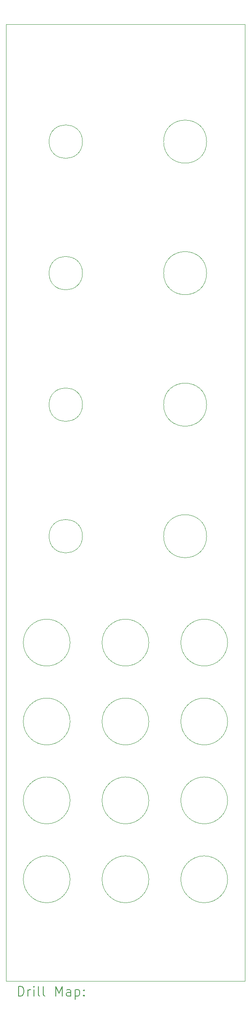
<source format=gbr>
%TF.GenerationSoftware,KiCad,Pcbnew,9.0.4*%
%TF.CreationDate,2025-10-04T20:18:54+02:00*%
%TF.ProjectId,DMH_VCA_Bank_PANEL,444d485f-5643-4415-9f42-616e6b5f5041,rev?*%
%TF.SameCoordinates,Original*%
%TF.FileFunction,Drillmap*%
%TF.FilePolarity,Positive*%
%FSLAX45Y45*%
G04 Gerber Fmt 4.5, Leading zero omitted, Abs format (unit mm)*
G04 Created by KiCad (PCBNEW 9.0.4) date 2025-10-04 20:18:54*
%MOMM*%
%LPD*%
G01*
G04 APERTURE LIST*
%ADD10C,0.050000*%
%ADD11C,0.200000*%
G04 APERTURE END LIST*
D10*
X5000000Y-3000000D02*
X10000000Y-3000000D01*
X10000000Y-23000000D01*
X5000000Y-23000000D01*
X5000000Y-3000000D01*
X6340000Y-19225000D02*
G75*
G02*
X5360000Y-19225000I-490000J0D01*
G01*
X5360000Y-19225000D02*
G75*
G02*
X6340000Y-19225000I490000J0D01*
G01*
X9640000Y-19225000D02*
G75*
G02*
X8660000Y-19225000I-490000J0D01*
G01*
X8660000Y-19225000D02*
G75*
G02*
X9640000Y-19225000I490000J0D01*
G01*
X7990000Y-20875000D02*
G75*
G02*
X7010000Y-20875000I-490000J0D01*
G01*
X7010000Y-20875000D02*
G75*
G02*
X7990000Y-20875000I490000J0D01*
G01*
X6600000Y-5450000D02*
G75*
G02*
X5900000Y-5450000I-350000J0D01*
G01*
X5900000Y-5450000D02*
G75*
G02*
X6600000Y-5450000I350000J0D01*
G01*
X7990000Y-19225000D02*
G75*
G02*
X7010000Y-19225000I-490000J0D01*
G01*
X7010000Y-19225000D02*
G75*
G02*
X7990000Y-19225000I490000J0D01*
G01*
X7990000Y-15925000D02*
G75*
G02*
X7010000Y-15925000I-490000J0D01*
G01*
X7010000Y-15925000D02*
G75*
G02*
X7990000Y-15925000I490000J0D01*
G01*
X6600000Y-13700000D02*
G75*
G02*
X5900000Y-13700000I-350000J0D01*
G01*
X5900000Y-13700000D02*
G75*
G02*
X6600000Y-13700000I350000J0D01*
G01*
X9640000Y-15925000D02*
G75*
G02*
X8660000Y-15925000I-490000J0D01*
G01*
X8660000Y-15925000D02*
G75*
G02*
X9640000Y-15925000I490000J0D01*
G01*
X7990000Y-17575000D02*
G75*
G02*
X7010000Y-17575000I-490000J0D01*
G01*
X7010000Y-17575000D02*
G75*
G02*
X7990000Y-17575000I490000J0D01*
G01*
X6340000Y-20875000D02*
G75*
G02*
X5360000Y-20875000I-490000J0D01*
G01*
X5360000Y-20875000D02*
G75*
G02*
X6340000Y-20875000I490000J0D01*
G01*
X9640000Y-20875000D02*
G75*
G02*
X8660000Y-20875000I-490000J0D01*
G01*
X8660000Y-20875000D02*
G75*
G02*
X9640000Y-20875000I490000J0D01*
G01*
X6340000Y-17575000D02*
G75*
G02*
X5360000Y-17575000I-490000J0D01*
G01*
X5360000Y-17575000D02*
G75*
G02*
X6340000Y-17575000I490000J0D01*
G01*
X6600000Y-8200000D02*
G75*
G02*
X5900000Y-8200000I-350000J0D01*
G01*
X5900000Y-8200000D02*
G75*
G02*
X6600000Y-8200000I350000J0D01*
G01*
X6600000Y-10950000D02*
G75*
G02*
X5900000Y-10950000I-350000J0D01*
G01*
X5900000Y-10950000D02*
G75*
G02*
X6600000Y-10950000I350000J0D01*
G01*
X6340000Y-15925000D02*
G75*
G02*
X5360000Y-15925000I-490000J0D01*
G01*
X5360000Y-15925000D02*
G75*
G02*
X6340000Y-15925000I490000J0D01*
G01*
X9200000Y-13700000D02*
G75*
G02*
X8300000Y-13700000I-450000J0D01*
G01*
X8300000Y-13700000D02*
G75*
G02*
X9200000Y-13700000I450000J0D01*
G01*
X9200000Y-5450000D02*
G75*
G02*
X8300000Y-5450000I-450000J0D01*
G01*
X8300000Y-5450000D02*
G75*
G02*
X9200000Y-5450000I450000J0D01*
G01*
X9200000Y-8200000D02*
G75*
G02*
X8300000Y-8200000I-450000J0D01*
G01*
X8300000Y-8200000D02*
G75*
G02*
X9200000Y-8200000I450000J0D01*
G01*
X9200000Y-10950000D02*
G75*
G02*
X8300000Y-10950000I-450000J0D01*
G01*
X8300000Y-10950000D02*
G75*
G02*
X9200000Y-10950000I450000J0D01*
G01*
X9640000Y-17575000D02*
G75*
G02*
X8660000Y-17575000I-490000J0D01*
G01*
X8660000Y-17575000D02*
G75*
G02*
X9640000Y-17575000I490000J0D01*
G01*
D11*
X5258277Y-23313984D02*
X5258277Y-23113984D01*
X5258277Y-23113984D02*
X5305896Y-23113984D01*
X5305896Y-23113984D02*
X5334467Y-23123508D01*
X5334467Y-23123508D02*
X5353515Y-23142555D01*
X5353515Y-23142555D02*
X5363039Y-23161603D01*
X5363039Y-23161603D02*
X5372563Y-23199698D01*
X5372563Y-23199698D02*
X5372563Y-23228269D01*
X5372563Y-23228269D02*
X5363039Y-23266365D01*
X5363039Y-23266365D02*
X5353515Y-23285412D01*
X5353515Y-23285412D02*
X5334467Y-23304460D01*
X5334467Y-23304460D02*
X5305896Y-23313984D01*
X5305896Y-23313984D02*
X5258277Y-23313984D01*
X5458277Y-23313984D02*
X5458277Y-23180650D01*
X5458277Y-23218746D02*
X5467801Y-23199698D01*
X5467801Y-23199698D02*
X5477324Y-23190174D01*
X5477324Y-23190174D02*
X5496372Y-23180650D01*
X5496372Y-23180650D02*
X5515420Y-23180650D01*
X5582086Y-23313984D02*
X5582086Y-23180650D01*
X5582086Y-23113984D02*
X5572563Y-23123508D01*
X5572563Y-23123508D02*
X5582086Y-23133031D01*
X5582086Y-23133031D02*
X5591610Y-23123508D01*
X5591610Y-23123508D02*
X5582086Y-23113984D01*
X5582086Y-23113984D02*
X5582086Y-23133031D01*
X5705896Y-23313984D02*
X5686848Y-23304460D01*
X5686848Y-23304460D02*
X5677324Y-23285412D01*
X5677324Y-23285412D02*
X5677324Y-23113984D01*
X5810658Y-23313984D02*
X5791610Y-23304460D01*
X5791610Y-23304460D02*
X5782086Y-23285412D01*
X5782086Y-23285412D02*
X5782086Y-23113984D01*
X6039229Y-23313984D02*
X6039229Y-23113984D01*
X6039229Y-23113984D02*
X6105896Y-23256841D01*
X6105896Y-23256841D02*
X6172562Y-23113984D01*
X6172562Y-23113984D02*
X6172562Y-23313984D01*
X6353515Y-23313984D02*
X6353515Y-23209222D01*
X6353515Y-23209222D02*
X6343991Y-23190174D01*
X6343991Y-23190174D02*
X6324943Y-23180650D01*
X6324943Y-23180650D02*
X6286848Y-23180650D01*
X6286848Y-23180650D02*
X6267801Y-23190174D01*
X6353515Y-23304460D02*
X6334467Y-23313984D01*
X6334467Y-23313984D02*
X6286848Y-23313984D01*
X6286848Y-23313984D02*
X6267801Y-23304460D01*
X6267801Y-23304460D02*
X6258277Y-23285412D01*
X6258277Y-23285412D02*
X6258277Y-23266365D01*
X6258277Y-23266365D02*
X6267801Y-23247317D01*
X6267801Y-23247317D02*
X6286848Y-23237793D01*
X6286848Y-23237793D02*
X6334467Y-23237793D01*
X6334467Y-23237793D02*
X6353515Y-23228269D01*
X6448753Y-23180650D02*
X6448753Y-23380650D01*
X6448753Y-23190174D02*
X6467801Y-23180650D01*
X6467801Y-23180650D02*
X6505896Y-23180650D01*
X6505896Y-23180650D02*
X6524943Y-23190174D01*
X6524943Y-23190174D02*
X6534467Y-23199698D01*
X6534467Y-23199698D02*
X6543991Y-23218746D01*
X6543991Y-23218746D02*
X6543991Y-23275888D01*
X6543991Y-23275888D02*
X6534467Y-23294936D01*
X6534467Y-23294936D02*
X6524943Y-23304460D01*
X6524943Y-23304460D02*
X6505896Y-23313984D01*
X6505896Y-23313984D02*
X6467801Y-23313984D01*
X6467801Y-23313984D02*
X6448753Y-23304460D01*
X6629705Y-23294936D02*
X6639229Y-23304460D01*
X6639229Y-23304460D02*
X6629705Y-23313984D01*
X6629705Y-23313984D02*
X6620182Y-23304460D01*
X6620182Y-23304460D02*
X6629705Y-23294936D01*
X6629705Y-23294936D02*
X6629705Y-23313984D01*
X6629705Y-23190174D02*
X6639229Y-23199698D01*
X6639229Y-23199698D02*
X6629705Y-23209222D01*
X6629705Y-23209222D02*
X6620182Y-23199698D01*
X6620182Y-23199698D02*
X6629705Y-23190174D01*
X6629705Y-23190174D02*
X6629705Y-23209222D01*
M02*

</source>
